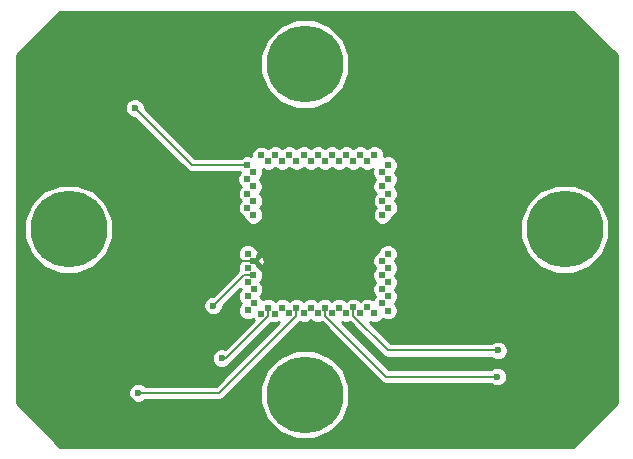
<source format=gbr>
G04 #@! TF.FileFunction,Copper,L2,Bot,Signal*
%FSLAX46Y46*%
G04 Gerber Fmt 4.6, Leading zero omitted, Abs format (unit mm)*
G04 Created by KiCad (PCBNEW 4.0.5) date Monday, February 26, 2018 'PMt' 04:13:09 PM*
%MOMM*%
%LPD*%
G01*
G04 APERTURE LIST*
%ADD10C,0.100000*%
%ADD11C,6.500000*%
%ADD12C,0.606000*%
%ADD13C,0.600000*%
%ADD14C,0.160000*%
%ADD15C,0.254000*%
G04 APERTURE END LIST*
D10*
D11*
X150000000Y-91000000D03*
X150000000Y-119000000D03*
X172000000Y-105000000D03*
X130000000Y-105000000D03*
D12*
X145640000Y-103780000D03*
X145140000Y-103180000D03*
X145640000Y-102580000D03*
X145140000Y-101980000D03*
X145630000Y-101380000D03*
X145130000Y-100780000D03*
X145630000Y-100180000D03*
X145130000Y-99580000D03*
X157050000Y-111880000D03*
X156550000Y-111280000D03*
X157050000Y-110680000D03*
X156550000Y-110080000D03*
X157040000Y-109480000D03*
X156540000Y-108880000D03*
X157040000Y-108280000D03*
X156540000Y-107680000D03*
X157030000Y-107080000D03*
X145176001Y-111878727D03*
X145666001Y-111278727D03*
X145166001Y-110678727D03*
X145666001Y-110078727D03*
X145166001Y-109478727D03*
X145656001Y-108878727D03*
X145156001Y-108278727D03*
X145656001Y-107678727D03*
X145156001Y-107078727D03*
X146300000Y-112140000D03*
X146900000Y-111640000D03*
X147500000Y-112140000D03*
X148100000Y-111640000D03*
X148700000Y-112130000D03*
X149300000Y-111630000D03*
X149900000Y-112130000D03*
X150500000Y-111630000D03*
X155900000Y-112110000D03*
X155300000Y-111620000D03*
X154700000Y-112120000D03*
X154100000Y-111620000D03*
X153500000Y-112120000D03*
X152900000Y-111630000D03*
X152300000Y-112130000D03*
X151700000Y-111630000D03*
X151100000Y-112130000D03*
X155900000Y-98710000D03*
X155300000Y-99210000D03*
X154700000Y-98710000D03*
X154100000Y-99210000D03*
X153500000Y-98720000D03*
X152900000Y-99220000D03*
X152300000Y-98720000D03*
X151700000Y-99220000D03*
X151100000Y-98720000D03*
X150500000Y-99220000D03*
X149900000Y-98720000D03*
X149300000Y-99220000D03*
X148700000Y-98730000D03*
X148100000Y-99230000D03*
X147500000Y-98730000D03*
X146900000Y-99230000D03*
X146300000Y-98740000D03*
X157050000Y-99580000D03*
X156560000Y-100180000D03*
X157060000Y-100780000D03*
X156560000Y-101380000D03*
X157060000Y-101980000D03*
X156570000Y-102580000D03*
X157070000Y-103180000D03*
X156570000Y-103780000D03*
D13*
X148000000Y-106000000D03*
X150000000Y-106000000D03*
X148000000Y-103000000D03*
X148000000Y-101000000D03*
X150000000Y-101000000D03*
X150000000Y-103000000D03*
X152000000Y-103000000D03*
X152000000Y-101000000D03*
X154000000Y-101000000D03*
X154000000Y-103000000D03*
X154000000Y-108000000D03*
X154000000Y-110000000D03*
X148000000Y-110000000D03*
X148000000Y-108000000D03*
X150000000Y-108000000D03*
X150000000Y-110000000D03*
X152000000Y-110000000D03*
X152000000Y-108000000D03*
X152000000Y-106000000D03*
X154000000Y-106000000D03*
X158000000Y-106000000D03*
X160000000Y-106000000D03*
X162000000Y-106000000D03*
X164000000Y-106000000D03*
X166000000Y-106000000D03*
X134000000Y-106000000D03*
X136000000Y-107000000D03*
X141000000Y-109000000D03*
X143000000Y-108000000D03*
X126000000Y-109000000D03*
X128000000Y-109000000D03*
X131000000Y-109000000D03*
X131000000Y-111000000D03*
X129000000Y-111000000D03*
X127000000Y-111000000D03*
X127000000Y-113000000D03*
X129000000Y-113000000D03*
X131000000Y-113000000D03*
X131000000Y-115000000D03*
X129000000Y-115000000D03*
X127000000Y-115000000D03*
X127000000Y-117000000D03*
X129000000Y-117000000D03*
X131000000Y-117000000D03*
X131000000Y-119000000D03*
X129000000Y-119000000D03*
X127000000Y-119000000D03*
X129000000Y-121000000D03*
X131000000Y-123000000D03*
X131000000Y-121000000D03*
X133000000Y-121000000D03*
X133000000Y-123000000D03*
X135000000Y-123000000D03*
X135000000Y-121000000D03*
X137000000Y-121000000D03*
X137000000Y-123000000D03*
X139000000Y-123000000D03*
X139000000Y-121000000D03*
X141000000Y-121000000D03*
X141000000Y-123000000D03*
X143000000Y-123000000D03*
X143000000Y-121000000D03*
X145000000Y-121000000D03*
X145000000Y-123000000D03*
X147000000Y-123000000D03*
X149000000Y-123000000D03*
X151000000Y-123000000D03*
X156000000Y-120000000D03*
X154000000Y-122000000D03*
X156000000Y-122000000D03*
X158000000Y-122000000D03*
X160000000Y-122000000D03*
X162000000Y-122000000D03*
X164000000Y-122000000D03*
X166000000Y-122000000D03*
X168000000Y-122000000D03*
X170000000Y-122000000D03*
X172000000Y-122000000D03*
X174000000Y-120000000D03*
X172000000Y-120000000D03*
X172000000Y-118000000D03*
X174000000Y-118000000D03*
X174000000Y-116000000D03*
X172000000Y-116000000D03*
X172000000Y-114000000D03*
X174000000Y-114000000D03*
X174000000Y-112000000D03*
X172000000Y-112000000D03*
X172000000Y-110000000D03*
X174000000Y-110000000D03*
X176000000Y-108000000D03*
X176000000Y-106000000D03*
X176000000Y-104000000D03*
X176000000Y-102000000D03*
X175000000Y-100000000D03*
X173000000Y-100000000D03*
X171000000Y-100000000D03*
X171000000Y-98000000D03*
X173000000Y-98000000D03*
X175000000Y-98000000D03*
X175000000Y-96000000D03*
X173000000Y-96000000D03*
X171000000Y-96000000D03*
X171000000Y-94000000D03*
X173000000Y-94000000D03*
X175000000Y-94000000D03*
X175000000Y-92000000D03*
X173000000Y-92000000D03*
X171000000Y-92000000D03*
X171000000Y-90000000D03*
X173000000Y-90000000D03*
X173000000Y-88000000D03*
X171000000Y-88000000D03*
X169000000Y-88000000D03*
X167000000Y-88000000D03*
X165000000Y-88000000D03*
X163000000Y-88000000D03*
X161000000Y-88000000D03*
X159000000Y-88000000D03*
X157000000Y-90000000D03*
X157000000Y-88000000D03*
X155000000Y-88000000D03*
X155000000Y-90000000D03*
X155000000Y-92000000D03*
X153000000Y-94000000D03*
X151000000Y-96000000D03*
X149000000Y-96000000D03*
X147000000Y-94000000D03*
X145000000Y-92000000D03*
X145000000Y-90000000D03*
X145000000Y-88000000D03*
X143000000Y-88000000D03*
X141000000Y-88000000D03*
X139000000Y-88000000D03*
X137000000Y-88000000D03*
X135000000Y-88000000D03*
X133000000Y-88000000D03*
X131000000Y-88000000D03*
X129000000Y-90000000D03*
X131000000Y-90000000D03*
X131000000Y-92000000D03*
X129000000Y-92000000D03*
X127000000Y-92000000D03*
X127000000Y-94000000D03*
X129000000Y-94000000D03*
X131000000Y-94000000D03*
X131000000Y-96000000D03*
X129000000Y-96000000D03*
X127000000Y-96000000D03*
X127000000Y-98000000D03*
X127000000Y-100000000D03*
X129000000Y-100000000D03*
X129000000Y-98000000D03*
X131000000Y-98000000D03*
X131000000Y-100000000D03*
X135605600Y-94730000D03*
X166370000Y-115260700D03*
X166296500Y-117478800D03*
X135890000Y-118841500D03*
X142953100Y-115919700D03*
X142239400Y-111460000D03*
D14*
X150000000Y-106000000D02*
X148000000Y-106000000D01*
X150000000Y-101000000D02*
X148000000Y-101000000D01*
X152000000Y-103000000D02*
X150000000Y-103000000D01*
X154000000Y-101000000D02*
X152000000Y-101000000D01*
X154000000Y-108000000D02*
X154000000Y-103000000D01*
X148000000Y-110000000D02*
X154000000Y-110000000D01*
X150000000Y-108000000D02*
X148000000Y-108000000D01*
X152000000Y-110000000D02*
X150000000Y-110000000D01*
X152000000Y-106000000D02*
X152000000Y-108000000D01*
X158000000Y-106000000D02*
X154000000Y-106000000D01*
X160000000Y-106000000D02*
X158000000Y-106000000D01*
X164000000Y-106000000D02*
X162000000Y-106000000D01*
X172000000Y-110000000D02*
X170000000Y-110000000D01*
X170000000Y-110000000D02*
X166000000Y-106000000D01*
X141000000Y-109000000D02*
X138000000Y-109000000D01*
X138000000Y-109000000D02*
X136000000Y-107000000D01*
X145656001Y-107678727D02*
X143321273Y-107678727D01*
X143321273Y-107678727D02*
X143000000Y-108000000D01*
X128000000Y-109000000D02*
X126000000Y-109000000D01*
X131000000Y-111000000D02*
X131000000Y-109000000D01*
X127000000Y-111000000D02*
X129000000Y-111000000D01*
X129000000Y-113000000D02*
X127000000Y-113000000D01*
X131000000Y-115000000D02*
X131000000Y-113000000D01*
X127000000Y-115000000D02*
X129000000Y-115000000D01*
X129000000Y-117000000D02*
X127000000Y-117000000D01*
X131000000Y-119000000D02*
X131000000Y-117000000D01*
X127000000Y-119000000D02*
X129000000Y-119000000D01*
X131000000Y-123000000D02*
X129000000Y-121000000D01*
X133000000Y-121000000D02*
X131000000Y-121000000D01*
X135000000Y-123000000D02*
X133000000Y-123000000D01*
X137000000Y-121000000D02*
X135000000Y-121000000D01*
X139000000Y-123000000D02*
X137000000Y-123000000D01*
X141000000Y-121000000D02*
X139000000Y-121000000D01*
X143000000Y-123000000D02*
X141000000Y-123000000D01*
X145000000Y-121000000D02*
X143000000Y-121000000D01*
X147000000Y-123000000D02*
X145000000Y-123000000D01*
X151000000Y-123000000D02*
X149000000Y-123000000D01*
X154000000Y-122000000D02*
X156000000Y-120000000D01*
X158000000Y-122000000D02*
X156000000Y-122000000D01*
X162000000Y-122000000D02*
X160000000Y-122000000D01*
X166000000Y-122000000D02*
X164000000Y-122000000D01*
X170000000Y-122000000D02*
X168000000Y-122000000D01*
X174000000Y-120000000D02*
X172000000Y-122000000D01*
X172000000Y-118000000D02*
X172000000Y-120000000D01*
X174000000Y-116000000D02*
X174000000Y-118000000D01*
X172000000Y-114000000D02*
X172000000Y-116000000D01*
X174000000Y-112000000D02*
X174000000Y-114000000D01*
X172000000Y-110000000D02*
X172000000Y-112000000D01*
X176000000Y-108000000D02*
X174000000Y-110000000D01*
X176000000Y-104000000D02*
X176000000Y-106000000D01*
X175000000Y-100000000D02*
X175000000Y-101000000D01*
X175000000Y-101000000D02*
X176000000Y-102000000D01*
X171000000Y-100000000D02*
X173000000Y-100000000D01*
X173000000Y-98000000D02*
X171000000Y-98000000D01*
X175000000Y-96000000D02*
X175000000Y-98000000D01*
X171000000Y-96000000D02*
X173000000Y-96000000D01*
X173000000Y-94000000D02*
X171000000Y-94000000D01*
X175000000Y-92000000D02*
X175000000Y-94000000D01*
X171000000Y-92000000D02*
X173000000Y-92000000D01*
X173000000Y-90000000D02*
X171000000Y-90000000D01*
X171000000Y-88000000D02*
X173000000Y-88000000D01*
X167000000Y-88000000D02*
X169000000Y-88000000D01*
X163000000Y-88000000D02*
X165000000Y-88000000D01*
X159000000Y-88000000D02*
X161000000Y-88000000D01*
X157000000Y-88000000D02*
X157000000Y-90000000D01*
X155000000Y-90000000D02*
X155000000Y-88000000D01*
X153000000Y-94000000D02*
X155000000Y-92000000D01*
X149000000Y-96000000D02*
X151000000Y-96000000D01*
X145000000Y-92000000D02*
X147000000Y-94000000D01*
X145000000Y-88000000D02*
X145000000Y-90000000D01*
X141000000Y-88000000D02*
X143000000Y-88000000D01*
X137000000Y-88000000D02*
X139000000Y-88000000D01*
X133000000Y-88000000D02*
X135000000Y-88000000D01*
X129000000Y-90000000D02*
X131000000Y-88000000D01*
X131000000Y-92000000D02*
X131000000Y-90000000D01*
X127000000Y-92000000D02*
X129000000Y-92000000D01*
X129000000Y-94000000D02*
X127000000Y-94000000D01*
X131000000Y-96000000D02*
X131000000Y-94000000D01*
X127000000Y-96000000D02*
X129000000Y-96000000D01*
X127000000Y-100000000D02*
X127000000Y-98000000D01*
X129000000Y-98000000D02*
X129000000Y-100000000D01*
X131000000Y-100000000D02*
X131000000Y-98000000D01*
X140455600Y-99580000D02*
X135605600Y-94730000D01*
X145130000Y-99580000D02*
X140455600Y-99580000D01*
X157057200Y-115260700D02*
X166370000Y-115260700D01*
X154100000Y-112303500D02*
X157057200Y-115260700D01*
X154100000Y-111620000D02*
X154100000Y-112303500D01*
X156875400Y-117478800D02*
X166296500Y-117478800D01*
X151700000Y-112303400D02*
X156875400Y-117478800D01*
X151700000Y-111630000D02*
X151700000Y-112303400D01*
X142763600Y-118841500D02*
X135890000Y-118841500D01*
X149300000Y-112305100D02*
X142763600Y-118841500D01*
X149300000Y-111630000D02*
X149300000Y-112305100D01*
X143295100Y-115919700D02*
X142953100Y-115919700D01*
X146900000Y-112314800D02*
X143295100Y-115919700D01*
X146900000Y-111640000D02*
X146900000Y-112314800D01*
X144820700Y-108878700D02*
X142239400Y-111460000D01*
X145656000Y-108878700D02*
X144820700Y-108878700D01*
D15*
G36*
X176398000Y-90249356D02*
X176398000Y-119750644D01*
X172750644Y-123398000D01*
X129249356Y-123398000D01*
X125602000Y-119750644D01*
X125602000Y-119747996D01*
X146222346Y-119747996D01*
X146796148Y-121136704D01*
X147857708Y-122200118D01*
X149245412Y-122776343D01*
X150747996Y-122777654D01*
X152136704Y-122203852D01*
X153200118Y-121142292D01*
X153776343Y-119754588D01*
X153777654Y-118252004D01*
X153203852Y-116863296D01*
X152142292Y-115799882D01*
X150754588Y-115223657D01*
X149252004Y-115222346D01*
X147863296Y-115796148D01*
X146799882Y-116857708D01*
X146223657Y-118245412D01*
X146222346Y-119747996D01*
X125602000Y-119747996D01*
X125602000Y-119005279D01*
X135062857Y-119005279D01*
X135188495Y-119309346D01*
X135420930Y-119542188D01*
X135724778Y-119668356D01*
X136053779Y-119668643D01*
X136357846Y-119543005D01*
X136452516Y-119448500D01*
X142763600Y-119448500D01*
X142995889Y-119402295D01*
X143192814Y-119270714D01*
X149571303Y-112892224D01*
X149734178Y-112959856D01*
X150064373Y-112960144D01*
X150369543Y-112834050D01*
X150500023Y-112703798D01*
X150629229Y-112833230D01*
X150934178Y-112959856D01*
X151264373Y-112960144D01*
X151429915Y-112891743D01*
X156446186Y-117908014D01*
X156643111Y-118039595D01*
X156875400Y-118085800D01*
X165733906Y-118085800D01*
X165827430Y-118179488D01*
X166131278Y-118305656D01*
X166460279Y-118305943D01*
X166764346Y-118180305D01*
X166997188Y-117947870D01*
X167123356Y-117644022D01*
X167123643Y-117315021D01*
X166998005Y-117010954D01*
X166765570Y-116778112D01*
X166461722Y-116651944D01*
X166132721Y-116651657D01*
X165828654Y-116777295D01*
X165733984Y-116871800D01*
X157126828Y-116871800D01*
X153113073Y-112858045D01*
X153334178Y-112949856D01*
X153664373Y-112950144D01*
X153822768Y-112884696D01*
X156627986Y-115689914D01*
X156824911Y-115821495D01*
X157057200Y-115867700D01*
X165807406Y-115867700D01*
X165900930Y-115961388D01*
X166204778Y-116087556D01*
X166533779Y-116087843D01*
X166837846Y-115962205D01*
X167070688Y-115729770D01*
X167196856Y-115425922D01*
X167197143Y-115096921D01*
X167071505Y-114792854D01*
X166839070Y-114560012D01*
X166535222Y-114433844D01*
X166206221Y-114433557D01*
X165902154Y-114559195D01*
X165807484Y-114653700D01*
X157308628Y-114653700D01*
X155495801Y-112840873D01*
X155734178Y-112939856D01*
X156064373Y-112940144D01*
X156369543Y-112814050D01*
X156594440Y-112589546D01*
X156884178Y-112709856D01*
X157214373Y-112710144D01*
X157519543Y-112584050D01*
X157753230Y-112350771D01*
X157879856Y-112045822D01*
X157880144Y-111715627D01*
X157754050Y-111410457D01*
X157623798Y-111279977D01*
X157753230Y-111150771D01*
X157879856Y-110845822D01*
X157880144Y-110515627D01*
X157754050Y-110210457D01*
X157618807Y-110074977D01*
X157743230Y-109950771D01*
X157869856Y-109645822D01*
X157870144Y-109315627D01*
X157744050Y-109010457D01*
X157613798Y-108879977D01*
X157743230Y-108750771D01*
X157869856Y-108445822D01*
X157870144Y-108115627D01*
X157744050Y-107810457D01*
X157608807Y-107674977D01*
X157733230Y-107550771D01*
X157859856Y-107245822D01*
X157860144Y-106915627D01*
X157734050Y-106610457D01*
X157500771Y-106376770D01*
X157195822Y-106250144D01*
X156865627Y-106249856D01*
X156560457Y-106375950D01*
X156326770Y-106609229D01*
X156200144Y-106914178D01*
X156200137Y-106922367D01*
X156070457Y-106975950D01*
X155836770Y-107209229D01*
X155710144Y-107514178D01*
X155709856Y-107844373D01*
X155835950Y-108149543D01*
X155966202Y-108280023D01*
X155836770Y-108409229D01*
X155710144Y-108714178D01*
X155709856Y-109044373D01*
X155835950Y-109349543D01*
X155971193Y-109485023D01*
X155846770Y-109609229D01*
X155720144Y-109914178D01*
X155719856Y-110244373D01*
X155845950Y-110549543D01*
X155976202Y-110680023D01*
X155846770Y-110809229D01*
X155792907Y-110938945D01*
X155770771Y-110916770D01*
X155465822Y-110790144D01*
X155135627Y-110789856D01*
X154830457Y-110915950D01*
X154699977Y-111046202D01*
X154570771Y-110916770D01*
X154265822Y-110790144D01*
X153935627Y-110789856D01*
X153630457Y-110915950D01*
X153494977Y-111051193D01*
X153370771Y-110926770D01*
X153065822Y-110800144D01*
X152735627Y-110799856D01*
X152430457Y-110925950D01*
X152299977Y-111056202D01*
X152170771Y-110926770D01*
X151865822Y-110800144D01*
X151535627Y-110799856D01*
X151230457Y-110925950D01*
X151099977Y-111056202D01*
X150970771Y-110926770D01*
X150665822Y-110800144D01*
X150335627Y-110799856D01*
X150030457Y-110925950D01*
X149899977Y-111056202D01*
X149770771Y-110926770D01*
X149465822Y-110800144D01*
X149135627Y-110799856D01*
X148830457Y-110925950D01*
X148694977Y-111061193D01*
X148570771Y-110936770D01*
X148265822Y-110810144D01*
X147935627Y-110809856D01*
X147630457Y-110935950D01*
X147499977Y-111066202D01*
X147370771Y-110936770D01*
X147065822Y-110810144D01*
X146735627Y-110809856D01*
X146430457Y-110935950D01*
X146424774Y-110941623D01*
X146370051Y-110809184D01*
X146239799Y-110678704D01*
X146369231Y-110549498D01*
X146495857Y-110244549D01*
X146496145Y-109914354D01*
X146370051Y-109609184D01*
X146234808Y-109473704D01*
X146359231Y-109349498D01*
X146485857Y-109044549D01*
X146486145Y-108714354D01*
X146360051Y-108409184D01*
X146126772Y-108175497D01*
X145986143Y-108117103D01*
X145986145Y-108114354D01*
X145860051Y-107809184D01*
X145729822Y-107678727D01*
X145835606Y-107678727D01*
X146302616Y-108145736D01*
X146497523Y-108133148D01*
X146607366Y-107776521D01*
X146572371Y-107405005D01*
X146497523Y-107224306D01*
X146302616Y-107211718D01*
X145835606Y-107678727D01*
X145729822Y-107678727D01*
X145729799Y-107678704D01*
X145859231Y-107549498D01*
X145985857Y-107244549D01*
X145985923Y-107169200D01*
X146123010Y-107032112D01*
X146110422Y-106837205D01*
X145931497Y-106782095D01*
X145860051Y-106609184D01*
X145626772Y-106375497D01*
X145321823Y-106248871D01*
X144991628Y-106248583D01*
X144686458Y-106374677D01*
X144452771Y-106607956D01*
X144326145Y-106912905D01*
X144325857Y-107243100D01*
X144451951Y-107548270D01*
X144582203Y-107678750D01*
X144452771Y-107807956D01*
X144326145Y-108112905D01*
X144325857Y-108443100D01*
X144346913Y-108494060D01*
X142208000Y-110632972D01*
X142075621Y-110632857D01*
X141771554Y-110758495D01*
X141538712Y-110990930D01*
X141412544Y-111294778D01*
X141412257Y-111623779D01*
X141537895Y-111927846D01*
X141770330Y-112160688D01*
X142074178Y-112286856D01*
X142403179Y-112287143D01*
X142707246Y-112161505D01*
X142940088Y-111929070D01*
X143066256Y-111625222D01*
X143066373Y-111491455D01*
X144535690Y-110022138D01*
X144592203Y-110078750D01*
X144462771Y-110207956D01*
X144336145Y-110512905D01*
X144335857Y-110843100D01*
X144461951Y-111148270D01*
X144597194Y-111283750D01*
X144472771Y-111407956D01*
X144346145Y-111712905D01*
X144345857Y-112043100D01*
X144471951Y-112348270D01*
X144705230Y-112581957D01*
X145010179Y-112708583D01*
X145340374Y-112708871D01*
X145593736Y-112604184D01*
X145595950Y-112609543D01*
X145671324Y-112685049D01*
X143220924Y-115135448D01*
X143118322Y-115092844D01*
X142789321Y-115092557D01*
X142485254Y-115218195D01*
X142252412Y-115450630D01*
X142126244Y-115754478D01*
X142125957Y-116083479D01*
X142251595Y-116387546D01*
X142484030Y-116620388D01*
X142787878Y-116746556D01*
X143116879Y-116746843D01*
X143420946Y-116621205D01*
X143631769Y-116410751D01*
X143724314Y-116348914D01*
X147171091Y-112902136D01*
X147334178Y-112969856D01*
X147664373Y-112970144D01*
X147855502Y-112891171D01*
X142512172Y-118234500D01*
X136452594Y-118234500D01*
X136359070Y-118140812D01*
X136055222Y-118014644D01*
X135726221Y-118014357D01*
X135422154Y-118139995D01*
X135189312Y-118372430D01*
X135063144Y-118676278D01*
X135062857Y-119005279D01*
X125602000Y-119005279D01*
X125602000Y-105747996D01*
X126222346Y-105747996D01*
X126796148Y-107136704D01*
X127857708Y-108200118D01*
X129245412Y-108776343D01*
X130747996Y-108777654D01*
X132136704Y-108203852D01*
X133200118Y-107142292D01*
X133776343Y-105754588D01*
X133776348Y-105747996D01*
X168222346Y-105747996D01*
X168796148Y-107136704D01*
X169857708Y-108200118D01*
X171245412Y-108776343D01*
X172747996Y-108777654D01*
X174136704Y-108203852D01*
X175200118Y-107142292D01*
X175776343Y-105754588D01*
X175777654Y-104252004D01*
X175203852Y-102863296D01*
X174142292Y-101799882D01*
X172754588Y-101223657D01*
X171252004Y-101222346D01*
X169863296Y-101796148D01*
X168799882Y-102857708D01*
X168223657Y-104245412D01*
X168222346Y-105747996D01*
X133776348Y-105747996D01*
X133777654Y-104252004D01*
X133203852Y-102863296D01*
X132142292Y-101799882D01*
X130754588Y-101223657D01*
X129252004Y-101222346D01*
X127863296Y-101796148D01*
X126799882Y-102857708D01*
X126223657Y-104245412D01*
X126222346Y-105747996D01*
X125602000Y-105747996D01*
X125602000Y-94893779D01*
X134778457Y-94893779D01*
X134904095Y-95197846D01*
X135136530Y-95430688D01*
X135440378Y-95556856D01*
X135574145Y-95556973D01*
X140026386Y-100009214D01*
X140223311Y-100140795D01*
X140455600Y-100187000D01*
X144549213Y-100187000D01*
X144426770Y-100309229D01*
X144300144Y-100614178D01*
X144299856Y-100944373D01*
X144425950Y-101249543D01*
X144561193Y-101385023D01*
X144436770Y-101509229D01*
X144310144Y-101814178D01*
X144309856Y-102144373D01*
X144435950Y-102449543D01*
X144566202Y-102580023D01*
X144436770Y-102709229D01*
X144310144Y-103014178D01*
X144309856Y-103344373D01*
X144435950Y-103649543D01*
X144669229Y-103883230D01*
X144809858Y-103941624D01*
X144809856Y-103944373D01*
X144935950Y-104249543D01*
X145169229Y-104483230D01*
X145474178Y-104609856D01*
X145804373Y-104610144D01*
X146109543Y-104484050D01*
X146343230Y-104250771D01*
X146469856Y-103945822D01*
X146470144Y-103615627D01*
X146344050Y-103310457D01*
X146213798Y-103179977D01*
X146343230Y-103050771D01*
X146469856Y-102745822D01*
X146470144Y-102415627D01*
X146344050Y-102110457D01*
X146208807Y-101974977D01*
X146333230Y-101850771D01*
X146459856Y-101545822D01*
X146460144Y-101215627D01*
X146334050Y-100910457D01*
X146203798Y-100779977D01*
X146333230Y-100650771D01*
X146459856Y-100345822D01*
X146460144Y-100015627D01*
X146423887Y-99927879D01*
X146429229Y-99933230D01*
X146734178Y-100059856D01*
X147064373Y-100060144D01*
X147369543Y-99934050D01*
X147500023Y-99803798D01*
X147629229Y-99933230D01*
X147934178Y-100059856D01*
X148264373Y-100060144D01*
X148569543Y-99934050D01*
X148705023Y-99798807D01*
X148829229Y-99923230D01*
X149134178Y-100049856D01*
X149464373Y-100050144D01*
X149769543Y-99924050D01*
X149900023Y-99793798D01*
X150029229Y-99923230D01*
X150334178Y-100049856D01*
X150664373Y-100050144D01*
X150969543Y-99924050D01*
X151100023Y-99793798D01*
X151229229Y-99923230D01*
X151534178Y-100049856D01*
X151864373Y-100050144D01*
X152169543Y-99924050D01*
X152300023Y-99793798D01*
X152429229Y-99923230D01*
X152734178Y-100049856D01*
X153064373Y-100050144D01*
X153369543Y-99924050D01*
X153505023Y-99788807D01*
X153629229Y-99913230D01*
X153934178Y-100039856D01*
X154264373Y-100040144D01*
X154569543Y-99914050D01*
X154700023Y-99783798D01*
X154829229Y-99913230D01*
X155134178Y-100039856D01*
X155464373Y-100040144D01*
X155769543Y-99914050D01*
X155773263Y-99910337D01*
X155730144Y-100014178D01*
X155729856Y-100344373D01*
X155855950Y-100649543D01*
X155986202Y-100780023D01*
X155856770Y-100909229D01*
X155730144Y-101214178D01*
X155729856Y-101544373D01*
X155855950Y-101849543D01*
X155991193Y-101985023D01*
X155866770Y-102109229D01*
X155740144Y-102414178D01*
X155739856Y-102744373D01*
X155865950Y-103049543D01*
X155996202Y-103180023D01*
X155866770Y-103309229D01*
X155740144Y-103614178D01*
X155739856Y-103944373D01*
X155865950Y-104249543D01*
X156099229Y-104483230D01*
X156404178Y-104609856D01*
X156734373Y-104610144D01*
X157039543Y-104484050D01*
X157273230Y-104250771D01*
X157399856Y-103945822D01*
X157399860Y-103941766D01*
X157539543Y-103884050D01*
X157773230Y-103650771D01*
X157899856Y-103345822D01*
X157900144Y-103015627D01*
X157774050Y-102710457D01*
X157638807Y-102574977D01*
X157763230Y-102450771D01*
X157889856Y-102145822D01*
X157890144Y-101815627D01*
X157764050Y-101510457D01*
X157633798Y-101379977D01*
X157763230Y-101250771D01*
X157889856Y-100945822D01*
X157890144Y-100615627D01*
X157764050Y-100310457D01*
X157628807Y-100174977D01*
X157753230Y-100050771D01*
X157879856Y-99745822D01*
X157880144Y-99415627D01*
X157754050Y-99110457D01*
X157520771Y-98876770D01*
X157215822Y-98750144D01*
X156885627Y-98749856D01*
X156729910Y-98814197D01*
X156730144Y-98545627D01*
X156604050Y-98240457D01*
X156370771Y-98006770D01*
X156065822Y-97880144D01*
X155735627Y-97879856D01*
X155430457Y-98005950D01*
X155299977Y-98136202D01*
X155170771Y-98006770D01*
X154865822Y-97880144D01*
X154535627Y-97879856D01*
X154230457Y-98005950D01*
X154094977Y-98141193D01*
X153970771Y-98016770D01*
X153665822Y-97890144D01*
X153335627Y-97889856D01*
X153030457Y-98015950D01*
X152899977Y-98146202D01*
X152770771Y-98016770D01*
X152465822Y-97890144D01*
X152135627Y-97889856D01*
X151830457Y-98015950D01*
X151699977Y-98146202D01*
X151570771Y-98016770D01*
X151265822Y-97890144D01*
X150935627Y-97889856D01*
X150630457Y-98015950D01*
X150499977Y-98146202D01*
X150370771Y-98016770D01*
X150065822Y-97890144D01*
X149735627Y-97889856D01*
X149430457Y-98015950D01*
X149294977Y-98151193D01*
X149170771Y-98026770D01*
X148865822Y-97900144D01*
X148535627Y-97899856D01*
X148230457Y-98025950D01*
X148099977Y-98156202D01*
X147970771Y-98026770D01*
X147665822Y-97900144D01*
X147335627Y-97899856D01*
X147030457Y-98025950D01*
X146894977Y-98161193D01*
X146770771Y-98036770D01*
X146465822Y-97910144D01*
X146135627Y-97909856D01*
X145830457Y-98035950D01*
X145596770Y-98269229D01*
X145470144Y-98574178D01*
X145469927Y-98822439D01*
X145295822Y-98750144D01*
X144965627Y-98749856D01*
X144660457Y-98875950D01*
X144563237Y-98973000D01*
X140707028Y-98973000D01*
X136432628Y-94698600D01*
X136432743Y-94566221D01*
X136307105Y-94262154D01*
X136074670Y-94029312D01*
X135770822Y-93903144D01*
X135441821Y-93902857D01*
X135137754Y-94028495D01*
X134904912Y-94260930D01*
X134778744Y-94564778D01*
X134778457Y-94893779D01*
X125602000Y-94893779D01*
X125602000Y-91747996D01*
X146222346Y-91747996D01*
X146796148Y-93136704D01*
X147857708Y-94200118D01*
X149245412Y-94776343D01*
X150747996Y-94777654D01*
X152136704Y-94203852D01*
X153200118Y-93142292D01*
X153776343Y-91754588D01*
X153777654Y-90252004D01*
X153203852Y-88863296D01*
X152142292Y-87799882D01*
X150754588Y-87223657D01*
X149252004Y-87222346D01*
X147863296Y-87796148D01*
X146799882Y-88857708D01*
X146223657Y-90245412D01*
X146222346Y-91747996D01*
X125602000Y-91747996D01*
X125602000Y-90249356D01*
X129249356Y-86602000D01*
X172750644Y-86602000D01*
X176398000Y-90249356D01*
X176398000Y-90249356D01*
G37*
X176398000Y-90249356D02*
X176398000Y-119750644D01*
X172750644Y-123398000D01*
X129249356Y-123398000D01*
X125602000Y-119750644D01*
X125602000Y-119747996D01*
X146222346Y-119747996D01*
X146796148Y-121136704D01*
X147857708Y-122200118D01*
X149245412Y-122776343D01*
X150747996Y-122777654D01*
X152136704Y-122203852D01*
X153200118Y-121142292D01*
X153776343Y-119754588D01*
X153777654Y-118252004D01*
X153203852Y-116863296D01*
X152142292Y-115799882D01*
X150754588Y-115223657D01*
X149252004Y-115222346D01*
X147863296Y-115796148D01*
X146799882Y-116857708D01*
X146223657Y-118245412D01*
X146222346Y-119747996D01*
X125602000Y-119747996D01*
X125602000Y-119005279D01*
X135062857Y-119005279D01*
X135188495Y-119309346D01*
X135420930Y-119542188D01*
X135724778Y-119668356D01*
X136053779Y-119668643D01*
X136357846Y-119543005D01*
X136452516Y-119448500D01*
X142763600Y-119448500D01*
X142995889Y-119402295D01*
X143192814Y-119270714D01*
X149571303Y-112892224D01*
X149734178Y-112959856D01*
X150064373Y-112960144D01*
X150369543Y-112834050D01*
X150500023Y-112703798D01*
X150629229Y-112833230D01*
X150934178Y-112959856D01*
X151264373Y-112960144D01*
X151429915Y-112891743D01*
X156446186Y-117908014D01*
X156643111Y-118039595D01*
X156875400Y-118085800D01*
X165733906Y-118085800D01*
X165827430Y-118179488D01*
X166131278Y-118305656D01*
X166460279Y-118305943D01*
X166764346Y-118180305D01*
X166997188Y-117947870D01*
X167123356Y-117644022D01*
X167123643Y-117315021D01*
X166998005Y-117010954D01*
X166765570Y-116778112D01*
X166461722Y-116651944D01*
X166132721Y-116651657D01*
X165828654Y-116777295D01*
X165733984Y-116871800D01*
X157126828Y-116871800D01*
X153113073Y-112858045D01*
X153334178Y-112949856D01*
X153664373Y-112950144D01*
X153822768Y-112884696D01*
X156627986Y-115689914D01*
X156824911Y-115821495D01*
X157057200Y-115867700D01*
X165807406Y-115867700D01*
X165900930Y-115961388D01*
X166204778Y-116087556D01*
X166533779Y-116087843D01*
X166837846Y-115962205D01*
X167070688Y-115729770D01*
X167196856Y-115425922D01*
X167197143Y-115096921D01*
X167071505Y-114792854D01*
X166839070Y-114560012D01*
X166535222Y-114433844D01*
X166206221Y-114433557D01*
X165902154Y-114559195D01*
X165807484Y-114653700D01*
X157308628Y-114653700D01*
X155495801Y-112840873D01*
X155734178Y-112939856D01*
X156064373Y-112940144D01*
X156369543Y-112814050D01*
X156594440Y-112589546D01*
X156884178Y-112709856D01*
X157214373Y-112710144D01*
X157519543Y-112584050D01*
X157753230Y-112350771D01*
X157879856Y-112045822D01*
X157880144Y-111715627D01*
X157754050Y-111410457D01*
X157623798Y-111279977D01*
X157753230Y-111150771D01*
X157879856Y-110845822D01*
X157880144Y-110515627D01*
X157754050Y-110210457D01*
X157618807Y-110074977D01*
X157743230Y-109950771D01*
X157869856Y-109645822D01*
X157870144Y-109315627D01*
X157744050Y-109010457D01*
X157613798Y-108879977D01*
X157743230Y-108750771D01*
X157869856Y-108445822D01*
X157870144Y-108115627D01*
X157744050Y-107810457D01*
X157608807Y-107674977D01*
X157733230Y-107550771D01*
X157859856Y-107245822D01*
X157860144Y-106915627D01*
X157734050Y-106610457D01*
X157500771Y-106376770D01*
X157195822Y-106250144D01*
X156865627Y-106249856D01*
X156560457Y-106375950D01*
X156326770Y-106609229D01*
X156200144Y-106914178D01*
X156200137Y-106922367D01*
X156070457Y-106975950D01*
X155836770Y-107209229D01*
X155710144Y-107514178D01*
X155709856Y-107844373D01*
X155835950Y-108149543D01*
X155966202Y-108280023D01*
X155836770Y-108409229D01*
X155710144Y-108714178D01*
X155709856Y-109044373D01*
X155835950Y-109349543D01*
X155971193Y-109485023D01*
X155846770Y-109609229D01*
X155720144Y-109914178D01*
X155719856Y-110244373D01*
X155845950Y-110549543D01*
X155976202Y-110680023D01*
X155846770Y-110809229D01*
X155792907Y-110938945D01*
X155770771Y-110916770D01*
X155465822Y-110790144D01*
X155135627Y-110789856D01*
X154830457Y-110915950D01*
X154699977Y-111046202D01*
X154570771Y-110916770D01*
X154265822Y-110790144D01*
X153935627Y-110789856D01*
X153630457Y-110915950D01*
X153494977Y-111051193D01*
X153370771Y-110926770D01*
X153065822Y-110800144D01*
X152735627Y-110799856D01*
X152430457Y-110925950D01*
X152299977Y-111056202D01*
X152170771Y-110926770D01*
X151865822Y-110800144D01*
X151535627Y-110799856D01*
X151230457Y-110925950D01*
X151099977Y-111056202D01*
X150970771Y-110926770D01*
X150665822Y-110800144D01*
X150335627Y-110799856D01*
X150030457Y-110925950D01*
X149899977Y-111056202D01*
X149770771Y-110926770D01*
X149465822Y-110800144D01*
X149135627Y-110799856D01*
X148830457Y-110925950D01*
X148694977Y-111061193D01*
X148570771Y-110936770D01*
X148265822Y-110810144D01*
X147935627Y-110809856D01*
X147630457Y-110935950D01*
X147499977Y-111066202D01*
X147370771Y-110936770D01*
X147065822Y-110810144D01*
X146735627Y-110809856D01*
X146430457Y-110935950D01*
X146424774Y-110941623D01*
X146370051Y-110809184D01*
X146239799Y-110678704D01*
X146369231Y-110549498D01*
X146495857Y-110244549D01*
X146496145Y-109914354D01*
X146370051Y-109609184D01*
X146234808Y-109473704D01*
X146359231Y-109349498D01*
X146485857Y-109044549D01*
X146486145Y-108714354D01*
X146360051Y-108409184D01*
X146126772Y-108175497D01*
X145986143Y-108117103D01*
X145986145Y-108114354D01*
X145860051Y-107809184D01*
X145729822Y-107678727D01*
X145835606Y-107678727D01*
X146302616Y-108145736D01*
X146497523Y-108133148D01*
X146607366Y-107776521D01*
X146572371Y-107405005D01*
X146497523Y-107224306D01*
X146302616Y-107211718D01*
X145835606Y-107678727D01*
X145729822Y-107678727D01*
X145729799Y-107678704D01*
X145859231Y-107549498D01*
X145985857Y-107244549D01*
X145985923Y-107169200D01*
X146123010Y-107032112D01*
X146110422Y-106837205D01*
X145931497Y-106782095D01*
X145860051Y-106609184D01*
X145626772Y-106375497D01*
X145321823Y-106248871D01*
X144991628Y-106248583D01*
X144686458Y-106374677D01*
X144452771Y-106607956D01*
X144326145Y-106912905D01*
X144325857Y-107243100D01*
X144451951Y-107548270D01*
X144582203Y-107678750D01*
X144452771Y-107807956D01*
X144326145Y-108112905D01*
X144325857Y-108443100D01*
X144346913Y-108494060D01*
X142208000Y-110632972D01*
X142075621Y-110632857D01*
X141771554Y-110758495D01*
X141538712Y-110990930D01*
X141412544Y-111294778D01*
X141412257Y-111623779D01*
X141537895Y-111927846D01*
X141770330Y-112160688D01*
X142074178Y-112286856D01*
X142403179Y-112287143D01*
X142707246Y-112161505D01*
X142940088Y-111929070D01*
X143066256Y-111625222D01*
X143066373Y-111491455D01*
X144535690Y-110022138D01*
X144592203Y-110078750D01*
X144462771Y-110207956D01*
X144336145Y-110512905D01*
X144335857Y-110843100D01*
X144461951Y-111148270D01*
X144597194Y-111283750D01*
X144472771Y-111407956D01*
X144346145Y-111712905D01*
X144345857Y-112043100D01*
X144471951Y-112348270D01*
X144705230Y-112581957D01*
X145010179Y-112708583D01*
X145340374Y-112708871D01*
X145593736Y-112604184D01*
X145595950Y-112609543D01*
X145671324Y-112685049D01*
X143220924Y-115135448D01*
X143118322Y-115092844D01*
X142789321Y-115092557D01*
X142485254Y-115218195D01*
X142252412Y-115450630D01*
X142126244Y-115754478D01*
X142125957Y-116083479D01*
X142251595Y-116387546D01*
X142484030Y-116620388D01*
X142787878Y-116746556D01*
X143116879Y-116746843D01*
X143420946Y-116621205D01*
X143631769Y-116410751D01*
X143724314Y-116348914D01*
X147171091Y-112902136D01*
X147334178Y-112969856D01*
X147664373Y-112970144D01*
X147855502Y-112891171D01*
X142512172Y-118234500D01*
X136452594Y-118234500D01*
X136359070Y-118140812D01*
X136055222Y-118014644D01*
X135726221Y-118014357D01*
X135422154Y-118139995D01*
X135189312Y-118372430D01*
X135063144Y-118676278D01*
X135062857Y-119005279D01*
X125602000Y-119005279D01*
X125602000Y-105747996D01*
X126222346Y-105747996D01*
X126796148Y-107136704D01*
X127857708Y-108200118D01*
X129245412Y-108776343D01*
X130747996Y-108777654D01*
X132136704Y-108203852D01*
X133200118Y-107142292D01*
X133776343Y-105754588D01*
X133776348Y-105747996D01*
X168222346Y-105747996D01*
X168796148Y-107136704D01*
X169857708Y-108200118D01*
X171245412Y-108776343D01*
X172747996Y-108777654D01*
X174136704Y-108203852D01*
X175200118Y-107142292D01*
X175776343Y-105754588D01*
X175777654Y-104252004D01*
X175203852Y-102863296D01*
X174142292Y-101799882D01*
X172754588Y-101223657D01*
X171252004Y-101222346D01*
X169863296Y-101796148D01*
X168799882Y-102857708D01*
X168223657Y-104245412D01*
X168222346Y-105747996D01*
X133776348Y-105747996D01*
X133777654Y-104252004D01*
X133203852Y-102863296D01*
X132142292Y-101799882D01*
X130754588Y-101223657D01*
X129252004Y-101222346D01*
X127863296Y-101796148D01*
X126799882Y-102857708D01*
X126223657Y-104245412D01*
X126222346Y-105747996D01*
X125602000Y-105747996D01*
X125602000Y-94893779D01*
X134778457Y-94893779D01*
X134904095Y-95197846D01*
X135136530Y-95430688D01*
X135440378Y-95556856D01*
X135574145Y-95556973D01*
X140026386Y-100009214D01*
X140223311Y-100140795D01*
X140455600Y-100187000D01*
X144549213Y-100187000D01*
X144426770Y-100309229D01*
X144300144Y-100614178D01*
X144299856Y-100944373D01*
X144425950Y-101249543D01*
X144561193Y-101385023D01*
X144436770Y-101509229D01*
X144310144Y-101814178D01*
X144309856Y-102144373D01*
X144435950Y-102449543D01*
X144566202Y-102580023D01*
X144436770Y-102709229D01*
X144310144Y-103014178D01*
X144309856Y-103344373D01*
X144435950Y-103649543D01*
X144669229Y-103883230D01*
X144809858Y-103941624D01*
X144809856Y-103944373D01*
X144935950Y-104249543D01*
X145169229Y-104483230D01*
X145474178Y-104609856D01*
X145804373Y-104610144D01*
X146109543Y-104484050D01*
X146343230Y-104250771D01*
X146469856Y-103945822D01*
X146470144Y-103615627D01*
X146344050Y-103310457D01*
X146213798Y-103179977D01*
X146343230Y-103050771D01*
X146469856Y-102745822D01*
X146470144Y-102415627D01*
X146344050Y-102110457D01*
X146208807Y-101974977D01*
X146333230Y-101850771D01*
X146459856Y-101545822D01*
X146460144Y-101215627D01*
X146334050Y-100910457D01*
X146203798Y-100779977D01*
X146333230Y-100650771D01*
X146459856Y-100345822D01*
X146460144Y-100015627D01*
X146423887Y-99927879D01*
X146429229Y-99933230D01*
X146734178Y-100059856D01*
X147064373Y-100060144D01*
X147369543Y-99934050D01*
X147500023Y-99803798D01*
X147629229Y-99933230D01*
X147934178Y-100059856D01*
X148264373Y-100060144D01*
X148569543Y-99934050D01*
X148705023Y-99798807D01*
X148829229Y-99923230D01*
X149134178Y-100049856D01*
X149464373Y-100050144D01*
X149769543Y-99924050D01*
X149900023Y-99793798D01*
X150029229Y-99923230D01*
X150334178Y-100049856D01*
X150664373Y-100050144D01*
X150969543Y-99924050D01*
X151100023Y-99793798D01*
X151229229Y-99923230D01*
X151534178Y-100049856D01*
X151864373Y-100050144D01*
X152169543Y-99924050D01*
X152300023Y-99793798D01*
X152429229Y-99923230D01*
X152734178Y-100049856D01*
X153064373Y-100050144D01*
X153369543Y-99924050D01*
X153505023Y-99788807D01*
X153629229Y-99913230D01*
X153934178Y-100039856D01*
X154264373Y-100040144D01*
X154569543Y-99914050D01*
X154700023Y-99783798D01*
X154829229Y-99913230D01*
X155134178Y-100039856D01*
X155464373Y-100040144D01*
X155769543Y-99914050D01*
X155773263Y-99910337D01*
X155730144Y-100014178D01*
X155729856Y-100344373D01*
X155855950Y-100649543D01*
X155986202Y-100780023D01*
X155856770Y-100909229D01*
X155730144Y-101214178D01*
X155729856Y-101544373D01*
X155855950Y-101849543D01*
X155991193Y-101985023D01*
X155866770Y-102109229D01*
X155740144Y-102414178D01*
X155739856Y-102744373D01*
X155865950Y-103049543D01*
X155996202Y-103180023D01*
X155866770Y-103309229D01*
X155740144Y-103614178D01*
X155739856Y-103944373D01*
X155865950Y-104249543D01*
X156099229Y-104483230D01*
X156404178Y-104609856D01*
X156734373Y-104610144D01*
X157039543Y-104484050D01*
X157273230Y-104250771D01*
X157399856Y-103945822D01*
X157399860Y-103941766D01*
X157539543Y-103884050D01*
X157773230Y-103650771D01*
X157899856Y-103345822D01*
X157900144Y-103015627D01*
X157774050Y-102710457D01*
X157638807Y-102574977D01*
X157763230Y-102450771D01*
X157889856Y-102145822D01*
X157890144Y-101815627D01*
X157764050Y-101510457D01*
X157633798Y-101379977D01*
X157763230Y-101250771D01*
X157889856Y-100945822D01*
X157890144Y-100615627D01*
X157764050Y-100310457D01*
X157628807Y-100174977D01*
X157753230Y-100050771D01*
X157879856Y-99745822D01*
X157880144Y-99415627D01*
X157754050Y-99110457D01*
X157520771Y-98876770D01*
X157215822Y-98750144D01*
X156885627Y-98749856D01*
X156729910Y-98814197D01*
X156730144Y-98545627D01*
X156604050Y-98240457D01*
X156370771Y-98006770D01*
X156065822Y-97880144D01*
X155735627Y-97879856D01*
X155430457Y-98005950D01*
X155299977Y-98136202D01*
X155170771Y-98006770D01*
X154865822Y-97880144D01*
X154535627Y-97879856D01*
X154230457Y-98005950D01*
X154094977Y-98141193D01*
X153970771Y-98016770D01*
X153665822Y-97890144D01*
X153335627Y-97889856D01*
X153030457Y-98015950D01*
X152899977Y-98146202D01*
X152770771Y-98016770D01*
X152465822Y-97890144D01*
X152135627Y-97889856D01*
X151830457Y-98015950D01*
X151699977Y-98146202D01*
X151570771Y-98016770D01*
X151265822Y-97890144D01*
X150935627Y-97889856D01*
X150630457Y-98015950D01*
X150499977Y-98146202D01*
X150370771Y-98016770D01*
X150065822Y-97890144D01*
X149735627Y-97889856D01*
X149430457Y-98015950D01*
X149294977Y-98151193D01*
X149170771Y-98026770D01*
X148865822Y-97900144D01*
X148535627Y-97899856D01*
X148230457Y-98025950D01*
X148099977Y-98156202D01*
X147970771Y-98026770D01*
X147665822Y-97900144D01*
X147335627Y-97899856D01*
X147030457Y-98025950D01*
X146894977Y-98161193D01*
X146770771Y-98036770D01*
X146465822Y-97910144D01*
X146135627Y-97909856D01*
X145830457Y-98035950D01*
X145596770Y-98269229D01*
X145470144Y-98574178D01*
X145469927Y-98822439D01*
X145295822Y-98750144D01*
X144965627Y-98749856D01*
X144660457Y-98875950D01*
X144563237Y-98973000D01*
X140707028Y-98973000D01*
X136432628Y-94698600D01*
X136432743Y-94566221D01*
X136307105Y-94262154D01*
X136074670Y-94029312D01*
X135770822Y-93903144D01*
X135441821Y-93902857D01*
X135137754Y-94028495D01*
X134904912Y-94260930D01*
X134778744Y-94564778D01*
X134778457Y-94893779D01*
X125602000Y-94893779D01*
X125602000Y-91747996D01*
X146222346Y-91747996D01*
X146796148Y-93136704D01*
X147857708Y-94200118D01*
X149245412Y-94776343D01*
X150747996Y-94777654D01*
X152136704Y-94203852D01*
X153200118Y-93142292D01*
X153776343Y-91754588D01*
X153777654Y-90252004D01*
X153203852Y-88863296D01*
X152142292Y-87799882D01*
X150754588Y-87223657D01*
X149252004Y-87222346D01*
X147863296Y-87796148D01*
X146799882Y-88857708D01*
X146223657Y-90245412D01*
X146222346Y-91747996D01*
X125602000Y-91747996D01*
X125602000Y-90249356D01*
X129249356Y-86602000D01*
X172750644Y-86602000D01*
X176398000Y-90249356D01*
M02*

</source>
